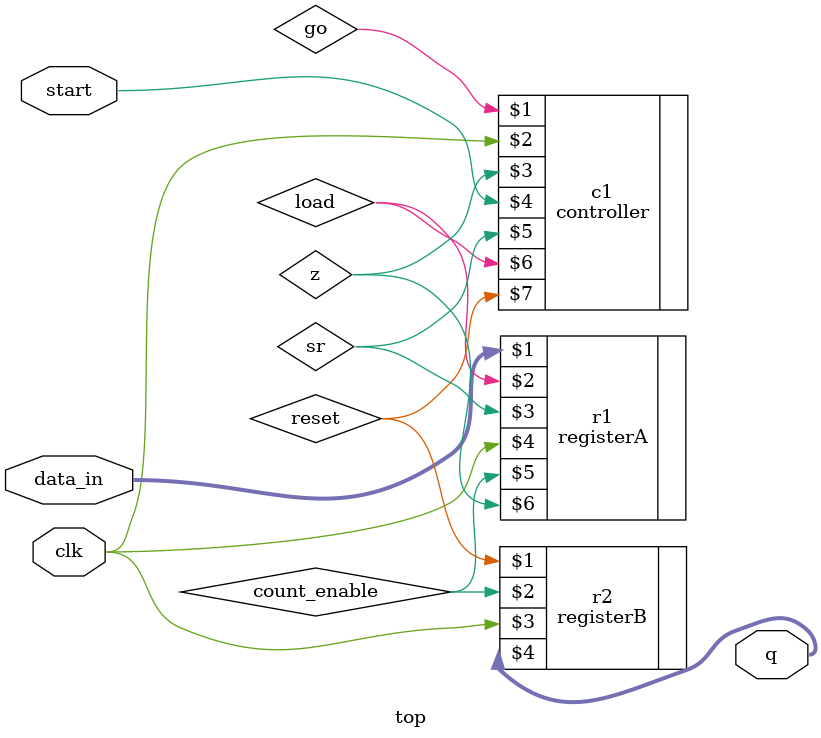
<source format=v>
`timescale 1ns / 1ps

module top(data_in,clk,start,q);
input [7:0] data_in;
input clk;
input start;
output [3:0] q;
wire load;
wire sr;
wire count_enable;
wire z;
wire reset;
registerA r1(data_in,load,sr,clk,count_enable,z);
registerB r2(reset,count_enable,clk,q);
controller c1(go,clk,z,start,sr,load,reset);
endmodule

</source>
